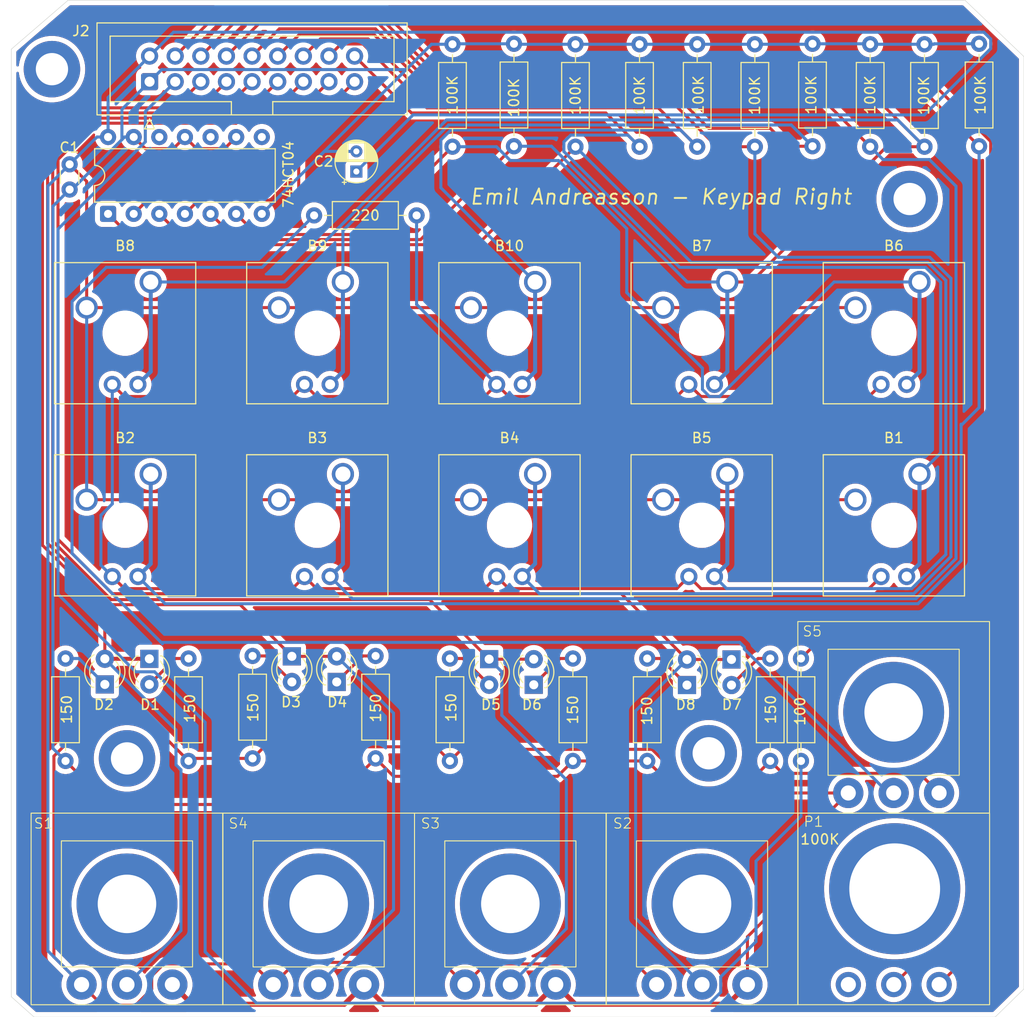
<source format=kicad_pcb>
(kicad_pcb (version 20241229) (generator "pcbnew") (generator_version "9.0")
  (layers (0 "F.Cu" signal) (2 "B.Cu" signal) (13 "F.Paste" user) (15 "B.Paste" user) (5 "F.SilkS" user "F.Silkscreen") (7 "B.SilkS" user "B.Silkscreen") (1 "F.Mask" user) (3 "B.Mask" user) (25 "Edge.Cuts" user))
  (net 0 "")
  (net 1 "+5V")
  (net 2 "Net-(B1-A)")
  (net 3 "Net-(B1-K)")
  (net 4 "Net-(B2-A)")
  (net 5 "Net-(B3-A)")
  (net 6 "GND")
  (net 7 "Net-(D1-A)")
  (net 8 "Net-(D1-K)")
  (net 9 "Net-(D2-K)")
  (net 10 "Net-(D3-K)")
  (net 11 "Net-(D3-A)")
  (net 12 "Net-(D4-K)")
  (net 13 "Net-(D5-K)")
  (net 14 "Net-(D6-K)")
  (net 15 "Net-(D7-K)")
  (net 16 "Net-(D8-K)")
  (net 17 "Net-(P1-Pad2)")
  (net 19 "Net-(D5-A)")
  (net 20 "Net-(D7-A)")
  (net 21 "Net-(B4-A)")
  (net 22 "Net-(B5-A)")
  (net 23 "Net-(B6-A)")
  (net 24 "Net-(B7-A)")
  (net 26 "Net-(B9-A)")
  (net 27 "Net-(B10-A)")
  (net 28 "Net-(S5-B)")
  (net 30 "Net-(J2-Pin_4)")
  (net 31 "Net-(J2-Pin_3)")
  (net 32 "Net-(J2-Pin_15)")
  (net 33 "Net-(J2-Pin_17)")
  (net 34 "Net-(J2-Pin_13)")
  (footprint "8-bit computer:hole for bistable switch" (layer "F.Cu") (at 102.8645 118.745)
    (property "Reference" "S1")
    (property "Value" "SW_SPDT")
  )
  (footprint "Capacitor_THT:C_Disc_D3.0mm_W1.6mm_P2.50mm" (layer "F.Cu") (at 97.1804 56.4026 -90)
    (property "Reference" "C1")
    (property "Value" "100nF")
  )
  (footprint "Resistor_THT:R_Axial_DIN0207_L6.3mm_D2.5mm_P10.16mm_Horizontal" (layer "F.Cu") (at 181.9148 44.495591 -90)
    (property "Reference" "R21" (hide yes))
    (property "Value" "100K")
  )
  (footprint "Resistor_THT:R_Axial_DIN0207_L6.3mm_D2.5mm_P10.16mm_Horizontal" (layer "F.Cu") (at 135.128 44.495591 -90)
    (property "Reference" "R29" (hide yes))
    (property "Value" "100K")
  )
  (footprint "CherryMX_LED:CherryMX_1.00u_LED" (layer "F.Cu") (at 140.7795 73.152)
    (property "Reference" "B10")
    (property "Value" "CherryMX_LED")
  )
  (footprint "Resistor_THT:R_Axial_DIN0207_L6.3mm_D2.5mm_P10.16mm_Horizontal" (layer "F.Cu") (at 170.815 44.45 -90)
    (property "Reference" "R23" (hide yes))
    (property "Value" "100K")
  )
  (footprint "Capacitor_THT:CP_Radial_D4.0mm_P2.00mm" (layer "F.Cu") (at 125.603 57.118 90)
    (property "Reference" "C2")
    (property "Value" "100uF")
  )
  (footprint "CherryMX_LED:CherryMX_1.00u_LED" (layer "F.Cu") (at 121.7295 92.202)
    (property "Reference" "B3")
    (property "Value" "CherryMX_LED")
  )
  (footprint "LED_THT:LED_D3.0mm" (layer "F.Cu") (at 143.184806 108.015182 90)
    (property "Reference" "D6")
    (property "Value" "LED")
  )
  (footprint "CherryMX_LED:CherryMX_1.00u_LED" (layer "F.Cu") (at 159.8295 92.202)
    (property "Reference" "B5")
    (property "Value" "CherryMX_LED")
  )
  (footprint "CherryMX_LED:CherryMX_1.00u_LED" (layer "F.Cu") (at 159.8295 73.152)
    (property "Reference" "B7")
    (property "Value" "CherryMX_LED")
  )
  (footprint "Resistor_THT:R_Axial_DIN0207_L6.3mm_D2.5mm_P10.16mm_Horizontal" (layer "F.Cu") (at 96.774 105.41 -90)
    (property "Reference" "R2" (hide yes))
    (property "Value" "150")
  )
  (footprint "Resistor_THT:R_Axial_DIN0207_L6.3mm_D2.5mm_P10.16mm_Horizontal" (layer "F.Cu") (at 153.67 44.495591 -90)
    (property "Reference" "R26" (hide yes))
    (property "Value" "100K")
  )
  (footprint "Resistor_THT:R_Axial_DIN0207_L6.3mm_D2.5mm_P10.16mm_Horizontal" (layer "F.Cu") (at 147.32 44.495591 -90)
    (property "Reference" "R27" (hide yes))
    (property "Value" "100K")
  )
  (footprint "Resistor_THT:R_Axial_DIN0207_L6.3mm_D2.5mm_P10.16mm_Horizontal" (layer "F.Cu") (at 108.966 115.57 90)
    (property "Reference" "R1" (hide yes))
    (property "Value" "150")
  )
  (footprint "8-bit computer:hole for bistable switch" (layer "F.Cu") (at 121.8645 118.745)
    (property "Reference" "S4")
    (property "Value" "SW_SPDT")
  )
  (footprint "Resistor_THT:R_Axial_DIN0207_L6.3mm_D2.5mm_P10.16mm_Horizontal" (layer "F.Cu") (at 141.224 44.45 -90)
    (property "Reference" "R28" (hide yes))
    (property "Value" "100K")
  )
  (footprint "8-bit computer:hole for bistable switch" (layer "F.Cu") (at 140.8645 118.745)
    (property "Reference" "S3")
    (property "Value" "SW_SPDT")
  )
  (footprint "LED_THT:LED_D3.0mm" (layer "F.Cu") (at 105.0845 105.440182 -90)
    (property "Reference" "D1")
    (property "Value" "LED")
  )
  (footprint "8-bit computer:hole for bistable switch" (layer "F.Cu") (at 178.8583 99.745)
    (property "Reference" "S5")
    (property "Value" "SW_SPDT")
  )
  (footprint "Resistor_THT:R_Axial_DIN0207_L6.3mm_D2.5mm_P10.16mm_Horizontal" (layer "F.Cu") (at 176.53 44.495591 -90)
    (property "Reference" "R22" (hide yes))
    (property "Value" "100K")
  )
  (footprint "MountingHole:MountingHole_3.2mm_M3_DIN965_Pad" (layer "F.Cu") (at 95.4278 46.9646)
    (property "Reference" "H1" (hide yes))
    (property "Value" "MountingHole")
  )
  (footprint "Resistor_THT:R_Axial_DIN0207_L6.3mm_D2.5mm_P10.16mm_Horizontal" (layer "F.Cu") (at 147.066 105.41 -90)
    (property "Reference" "R6" (hide yes))
    (property "Value" "150")
  )
  (footprint "8-bit computer:hole for potentiometer" (layer "F.Cu") (at 178.8668 116.743)
    (property "Reference" "P1")
    (property "Value" "100K")
  )
  (footprint "LED_THT:LED_D3.0mm" (layer "F.Cu") (at 138.7645 105.475182 -90)
    (property "Reference" "D5")
    (property "Value" "LED")
  )
  (footprint "Resistor_THT:R_Axial_DIN0207_L6.3mm_D2.5mm_P10.16mm_Horizontal" (layer "F.Cu") (at 154.432 105.41 -90)
    (property "Reference" "R8" (hide yes))
    (property "Value" "150")
  )
  (footprint "Resistor_THT:R_Axial_DIN0207_L6.3mm_D2.5mm_P10.16mm_Horizontal" (layer "F.Cu") (at 115.316 115.316 90)
    (property "Reference" "R3" (hide yes))
    (property "Value" "150")
  )
  (footprint "8-bit computer:hole for bistable switch" (layer "F.Cu") (at 159.8645 118.745)
    (property "Reference" "S2")
    (property "Value" "SW_SPDT")
  )
  (footprint "Resistor_THT:R_Axial_DIN0207_L6.3mm_D2.5mm_P10.16mm_Horizontal" (layer "F.Cu") (at 121.412 61.468)
    (property "Reference" "R30" (hide yes))
    (property "Value" "220")
  )
  (footprint "LED_THT:LED_D3.0mm" (layer "F.Cu") (at 123.654485 107.735782 90)
    (property "Reference" "D4")
    (property "Value" "LED")
  )
  (footprint "Resistor_THT:R_Axial_DIN0207_L6.3mm_D2.5mm_P10.16mm_Horizontal" (layer "F.Cu") (at 159.385 44.495591 -90)
    (property "Reference" "R25" (hide yes))
    (property "Value" "100K")
  )
  (footprint "LED_THT:LED_D3.0mm" (layer "F.Cu") (at 119.209485 105.195782 -90)
    (property "Reference" "D3")
    (property "Value" "LED")
  )
  (footprint "LED_THT:LED_D3.0mm" (layer "F.Cu") (at 100.669194 107.980182 90)
    (property "Reference" "D2")
    (property "Value" "LED")
  )
  (footprint "MountingHole:MountingHole_3.2mm_M3_DIN965_Pad" (layer "F.Cu") (at 160.528 114.808)
    (property "Reference" "H4" (hide yes))
    (property "Value" "MountingHole")
  )
  (footprint "Resistor_THT:R_Axial_DIN0207_L6.3mm_D2.5mm_P10.16mm_Horizontal" (layer "F.Cu") (at 165.1 44.495591 -90)
    (property "Reference" "R24" (hide yes))
    (property "Value" "100K")
  )
  (footprint "LED_THT:LED_D3.0mm" (layer "F.Cu") (at 162.784295 105.505 -90)
    (property "Reference" "D7")
    (property "Value" "LED")
  )
  (footprint "Connector_IDC:IDC-Header_2x09_P2.54mm_Vertical" (layer "F.Cu") (at 105.1052 48.2092 90)
    (property "Reference" "J2")
    (property "Value" "Conn_01x18_Pin")
  )
  (footprint "Resistor_THT:R_Axial_DIN0207_L6.3mm_D2.5mm_P10.16mm_Horizontal" (layer "F.Cu") (at 169.672 105.41 -90)
    (property "Reference" "R9" (hide yes))
    (property "Value" "100")
  )
  (footprint "LED_THT:LED_D3.0mm" (layer "F.Cu") (at 158.373989 108.045 90)
    (property "Reference" "D8")
    (property "Value" "LED")
  )
  (footprint "CherryMX_LED:CherryMX_1.00u_LED" (layer "F.Cu") (at 102.6795 92.202)
    (property "Reference" "B2")
    (property "Value" "CherryMX_LED")
  )
  (footprint "CherryMX_LED:CherryMX_1.00u_LED" (layer "F.Cu") (at 102.6795 73.152)
    (property "Reference" "B8")
    (property "Value" "CherryMX_LED")
  )
  (footprint "Package_DIP:DIP-14_W7.62mm" (layer "F.Cu") (at 100.9904 61.3156 90)
    (property "Reference" "U1" (hide yes))
    (property "Value" "74HCT04")
  )
  (footprint "MountingHole:MountingHole_3.2mm_M3_DIN965_Pad" (layer "F.Cu") (at 102.87 115.316)
    (property "Reference" "H3" (hide yes))
    (property "Value" "MountingHole")
  )
  (footprint "Resistor_THT:R_Axial_DIN0207_L6.3mm_D2.5mm_P10.16mm_Horizontal" (layer "F.Cu") (at 166.624 115.57 90)
    (property "Reference" "R7" (hide yes))
    (property "Value" "150")
  )
  (footprint "CherryMX_LED:CherryMX_1.00u_LED" (layer "F.Cu") (at 140.7795 92.202)
    (property "Reference" "B4")
    (property "Value" "CherryMX_LED")
  )
  (footprint "Resistor_THT:R_Axial_DIN0207_L6.3mm_D2.5mm_P10.16mm_Horizontal" (layer "F.Cu") (at 187.325 54.61 90)
    (property "Reference" "R20" (hide yes))
    (property "Value" "100K")
  )
  (footprint "CherryMX_LED:CherryMX_1.00u_LED" (layer "F.Cu") (at 121.7295 73.152)
    (property "Reference" "B9")
    (property "Value" "CherryMX_LED")
  )
  (footprint "Resistor_THT:R_Axial_DIN0207_L6.3mm_D2.5mm_P10.16mm_Horizontal" (layer "F.Cu") (at 134.874 115.57 90)
    (property "Reference" "R5" (hide yes))
    (property "Value" "150")
  )
  (footprint "CherryMX_LED:CherryMX_1.00u_LED" (layer "F.Cu") (at 178.8795 73.152)
    (property "Reference" "B6")
    (property "Value" "CherryMX_LED")
  )
  (footprint "Resistor_THT:R_Axial_DIN0207_L6.3mm_D2.5mm_P10.16mm_Horizontal" (layer "F.Cu") (at 127.508 105.156 -90)
    (property "Reference" "R4" (hide yes))
    (property "Value" "150")
  )
  (footprint "MountingHole:MountingHole_3.2mm_M3_DIN965_Pad" (layer "F.Cu") (at 180.4416 59.8424)
    (property "Reference" "H2" (hide yes))
    (property "Value" "MountingHole")
  )
  (footprint "CherryMX_LED:CherryMX_1.00u_LED" (layer "F.Cu") (at 178.8795 92.202)
    (property "Reference" "B1")
    (property "Value" "CherryMX_LED")
  )
  (gr_line (start 91.4 136.34) (end 91.4 48.3) (stroke (width 0.05)) (layer "Edge.Cuts"))
  (gr_line (start 188.9125 140.97) (end 187.0075 140.97) (stroke (width 0.05)) (layer "Edge.Cuts"))
  (gr_line (start 102.108 40.132) (end 99.568 40.132) (stroke (width 0.05)) (layer "Edge.Cuts"))
  (gr_line (start 91.4 138.953541) (end 93.6625 140.97) (stroke (width 0.05)) (layer "Edge.Cuts"))
  (gr_line (start 99.568 40.132) (end 97.028 40.132) (stroke (width 0.05)) (layer "Edge.Cuts"))
  (gr_line (start 91.4 48.3) (end 91.4 44.9834) (stroke (width 0.05)) (layer "Edge.Cuts"))
  (gr_line (start 185.928 40.132) (end 191.77 45.72) (stroke (width 0.05)) (layer "Edge.Cuts"))
  (gr_line (start 187.0075 140.97) (end 94.2975 140.97) (stroke (width 0.05)) (layer "Edge.Cuts"))
  (gr_line (start 91.4 136.34) (end 91.4 138.953541) (stroke (width 0.05)) (layer "Edge.Cuts"))
  (gr_line (start 102.108 40.132) (end 185.928 40.132) (stroke (width 0.05)) (layer "Edge.Cuts"))
  (gr_line (start 191.77 138.176) (end 188.9125 140.97) (stroke (width 0.05)) (layer "Edge.Cuts"))
  (gr_line (start 91.4 44.9834) (end 97.028 40.132) (stroke (width 0.05)) (layer "Edge.Cuts"))
  (gr_line (start 93.6625 140.97) (end 94.2975 140.97) (stroke (width 0.05)) (layer "Edge.Cuts"))
  (gr_line (start 191.77 45.72) (end 191.77 138.176) (stroke (width 0.05)) (layer "Edge.Cuts"))
  (gr_text "Emil Andreasson - Keypad Right" (at 136.7536 60.5028 0) (layer "F.SilkS") (effects (font (size 1.5 1.5) (thickness 0.1875) (italic yes)) (justify left bottom)))
  (segment (start 156.464 115.97424) (end 156.464 116.89348) (width 0.3) (layer "F.Cu") (net 1))
  (segment (start 98.3645 137.745) (end 95.623 135.0035) (width 0.3) (layer "F.Cu") (net 1))
  (segment (start 134.874 115.57) (end 136.025 114.419) (width 0.3) (layer "F.Cu") (net 1))
  (segment (start 134.874 115.57) (end 133.469 114.165) (width 0.3) (layer "F.Cu") (net 1))
  (segment (start 183.3583 118.745) (end 181.4133 116.8) (width 0.3) (layer "F.Cu") (net 1))
  (segment (start 98.8695 58.0917) (end 97.1804 56.4026) (width 0.3) (layer "F.Cu") (net 1))
  (segment (start 95.623 135.0035) (end 95.623 115.09324) (width 0.3) (layer "F.Cu") (net 1))
  (segment (start 136.9695 89.662) (end 156.0195 89.662) (width 0.3) (layer "F.Cu") (net 1))
  (segment (start 117.9195 70.612) (end 136.9695 70.612) (width 0.3) (layer "F.Cu") (net 1))
  (segment (start 106.514947 135.694) (end 115.3135 135.694) (width 0.3) (layer "F.Cu") (net 1))
  (segment (start 117.3645 137.745) (end 119.5645 135.545) (width 0.3) (layer "F.Cu") (net 1))
  (segment (start 175.0695 70.612) (end 156.0195 70.612) (width 0.3) (layer "F.Cu") (net 1))
  (segment (start 116.467 114.165) (end 115.316 115.316) (width 0.3) (layer "F.Cu") (net 1))
  (segment (start 175.0695 89.662) (end 156.0195 89.662) (width 0.3) (layer "F.Cu") (net 1))
  (segment (start 98.8695 70.612) (end 98.8695 58.0917) (width 0.3) (layer "F.Cu") (net 1))
  (segment (start 105.3135 136.895447) (end 106.514947 135.694) (width 0.3) (layer "F.Cu") (net 1))
  (segment (start 153.3135 135.694) (end 155.3645 137.745) (width 0.3) (layer "F.Cu") (net 1))
  (segment (start 167.854 116.8) (end 166.624 115.57) (width 0.3) (layer "F.Cu") (net 1))
  (segment (start 133.469 114.165) (end 116.467 114.165) (width 0.3) (layer "F.Cu") (net 1))
  (segment (start 105.3135 138.196553) (end 105.3135 136.895447) (width 0.3) (layer "F.Cu") (net 1))
  (segment (start 109.22 115.316) (end 108.966 115.57) (width 0.3) (layer "F.Cu") (net 1))
  (segment (start 136.3645 137.745) (end 138.4155 135.694) (width 0.3) (layer "F.Cu") (net 1))
  (segment (start 136.025 114.419) (end 154.90876 114.419) (width 0.3) (layer "F.Cu") (net 1))
  (segment (start 99.71824 110.998) (end 104.394 110.998) (width 0.3) (layer "F.Cu") (net 1))
  (segment (start 115.3135 135.694) (end 117.3645 137.745) (width 0.3) (layer "F.Cu") (net 1))
  (segment (start 115.316 115.316) (end 109.22 115.316) (width 0.3) (layer "F.Cu") (net 1))
  (segment (start 98.3645 137.745) (end 100.4155 139.796) (width 0.3) (layer "F.Cu") (net 1))
  (segment (start 95.623 115.09324) (end 99.71824 110.998) (width 0.3) (layer "F.Cu") (net 1))
  (segment (start 157.81452 118.244) (end 163.95 118.244) (width 0.3) (layer "F.Cu") (net 1))
  (segment (start 103.714053 139.796) (end 105.3135 138.196553) (width 0.3) (layer "F.Cu") (net 1))
  (segment (start 138.4155 135.694) (end 153.3135 135.694) (width 0.3) (layer "F.Cu") (net 1))
  (segment (start 134.1645 135.545) (end 136.3645 137.745) (width 0.3) (layer "F.Cu") (net 1))
  (segment (start 156.464 116.89348) (end 157.81452 118.244) (width 0.3) (layer "F.Cu") (net 1))
  (segment (start 154.90876 114.419) (end 156.464 115.97424) (width 0.3) (layer "F.Cu") (net 1))
  (segment (start 98.8695 70.612) (end 117.9195 70.612) (width 0.3) (layer "F.Cu") (net 1))
  (segment (start 136.9695 70.612) (end 156.0195 70.612) (width 0.3) (layer "F.Cu") (net 1))
  (segment (start 100.4155 139.796) (end 103.714053 139.796) (width 0.3) (layer "F.Cu") (net 1))
  (segment (start 163.95 118.244) (end 166.624 115.57) (width 0.3) (layer "F.Cu") (net 1))
  (segment (start 119.5645 135.545) (end 134.1645 135.545) (width 0.3) (layer "F.Cu") (net 1))
  (segment (start 181.4133 116.8) (end 167.854 116.8) (width 0.3) (layer "F.Cu") (net 1))
  (segment (start 117.9195 89.662) (end 136.9695 89.662) (width 0.3) (layer "F.Cu") (net 1))
  (segment (start 98.8695 89.662) (end 117.9195 89.662) (width 0.3) (layer "F.Cu") (net 1))
  (segment (start 104.394 110.998) (end 108.966 115.57) (width 0.3) (layer "F.Cu") (net 1))
  (segment (start 100.9904 53.6956) (end 100.9904 49.784) (width 0.3) (layer "B.Cu") (net 1))
  (segment (start 131.220409 51.500591) (end 181.902169 51.500591) (width 0.3) (layer "B.Cu") (net 1))
  (segment (start 188.476 43.97324) (end 187.80176 43.299) (width 0.3) (layer "B.Cu") (net 1))
  (segment (start 97.1804 56.4026) (end 99.8874 53.6956) (width 0.3) (layer "B.Cu") (net 1))
  (segment (start 95.0274 58.5556) (end 95.0274 134.4079) (width 0.3) (layer "B.Cu") (net 1))
  (segment (start 188.476 44.92676) (end 188.476 43.97324) (width 0.3) (layer "B.Cu") (net 1))
  (segment (start 181.902169 51.500591) (end 188.476 44.92676) (width 0.3) (layer "B.Cu") (net 1))
  (segment (start 99.301182 90.093682) (end 98.8695 89.662) (width 0.3) (layer "B.Cu") (net 1))
  (segment (start 98.8695 89.662) (end 98.8695 70.612) (width 0.3) (layer "B.Cu") (net 1))
  (segment (start 187.80176 43.299) (end 107.4754 43.299) (width 0.3) (layer "B.Cu") (net 1))
  (segment (start 125.603 57.118) (end 131.220409 51.500591) (width 0.3) (layer "B.Cu") (net 1))
  (segment (start 95.0274 134.4079) (end 98.3645 137.745) (width 0.3) (layer "B.Cu") (net 1))
  (segment (start 97.1804 56.4026) (end 95.0274 58.5556) (width 0.3) (layer "B.Cu") (net 1))
  (segment (start 100.9904 49.784) (end 105.1052 45.6692) (width 0.3) (layer "B.Cu") (net 1))
  (segment (start 107.4754 43.299) (end 105.1052 45.6692) (width 0.3) (layer "B.Cu") (net 1))
  (segment (start 99.8874 53.6956) (end 100.9904 53.6956) (width 0.3) (layer "B.Cu") (net 1))
  (segment (start 131.064001 51.308) (end 150.322409 51.308) (width 0.3) (layer "F.Cu") (net 2))
  (segment (start 150.322409 51.308) (end 153.67 54.655591) (width 0.3) (layer "F.Cu") (net 2))
  (segment (start 125.4252 45.669199) (end 131.064001 51.308) (width 0.3) (layer "F.Cu") (net 2))
  (segment (start 152.519 53.504591) (end 146.84324 53.504591) (width 0.3) (layer "B.Cu") (net 2))
  (segment (start 183.515 85.0265) (end 183.515 68.5546) (width 0.3) (layer "B.Cu") (net 2))
  (segment (start 153.67 54.655591) (end 152.519 53.504591) (width 0.3) (layer "B.Cu") (net 2))
  (segment (start 146.169 54.178831) (end 146.169 55.132351) (width 0.3) (layer "B.Cu") (net 2))
  (segment (start 181.4195 87.122) (end 183.515 85.0265) (width 0.3) (layer "B.Cu") (net 2))
  (segment (start 183.515 68.115476) (end 183.515 68.5546) (width 0.3) (layer "B.Cu") (net 2))
  (segment (start 181.4195 87.122) (end 181.4195 96.012) (width 0.4) (layer "B.Cu") (net 2))
  (segment (start 146.169 55.132351) (end 157.657649 66.621) (width 0.3) (layer "B.Cu") (net 2))
  (segment (start 182.020524 66.621) (end 183.515 68.115476) (width 0.3) (layer "B.Cu") (net 2))
  (segment (start 146.84324 53.504591) (end 146.169 54.178831) (width 0.3) (layer "B.Cu") (net 2))
  (segment (start 157.657649 66.621) (end 182.020524 66.621) (width 0.3) (layer "B.Cu") (net 2))
  (segment (start 181.4195 96.012) (end 180.1495 97.282) (width 0.4) (layer "B.Cu") (net 2))
  (segment (start 158.5595 78.232) (end 157.3632 79.4283) (width 0.3) (layer "F.Cu") (net 3))
  (segment (start 121.6558 79.4283) (end 120.4595 78.232) (width 0.3) (layer "F.Cu") (net 3))
  (segment (start 177.6095 78.232) (end 176.4132 79.4283) (width 0.3) (layer "F.Cu") (net 3))
  (segment (start 139.5095 78.232) (end 138.3132 79.4283) (width 0.3) (layer "F.Cu") (net 3))
  (segment (start 102.6058 79.4283) (end 101.4095 78.232) (width 0.3) (layer "F.Cu") (net 3))
  (segment (start 101.4095 97.282) (end 102.6058 98.4783) (width 0.3) (layer "F.Cu") (net 3))
  (segment (start 138.3132 98.4783) (end 139.5095 97.282) (width 0.3) (layer "F.Cu") (net 3))
  (segment (start 158.5595 97.282) (end 159.7558 98.4783) (width 0.3) (layer "F.Cu") (net 3))
  (segment (start 102.6058 98.4783) (end 119.2632 98.4783) (width 0.3) (layer "F.Cu") (net 3))
  (segment (start 138.3132 79.4283) (end 121.6558 79.4283) (width 0.3) (layer "F.Cu") (net 3))
  (segment (start 121.6558 98.4783) (end 138.3132 98.4783) (width 0.3) (layer "F.Cu") (net 3))
  (segment (start 139.5095 97.282) (end 140.7058 98.4783) (width 0.3) (layer "F.Cu") (net 3))
  (segment (start 157.3632 79.4283) (end 140.7058 79.4283) (width 0.3) (layer "F.Cu") (net 3))
  (segment (start 140.7058 98.4783) (end 157.3632 98.4783) (width 0.3) (layer "F.Cu") (net 3))
  (segment (start 119.2632 79.4283) (end 102.6058 79.4283) (width 0.3) (layer "F.Cu") (net 3))
  (segment (start 120.4595 97.282) (end 121.6558 98.4783) (width 0.3) (layer "F.Cu") (net 3))
  (segment (start 159.7558 79.4283) (end 158.5595 78.232) (width 0.3) (layer "F.Cu") (net 3))
  (segment (start 159.7558 98.4783) (end 176.4132 98.4783) (width 0.3) (layer "F.Cu") (net 3))
  (segment (start 120.4595 78.232) (end 119.2632 79.4283) (width 0.3) (layer "F.Cu") (net 3))
  (segment (start 176.4132 98.4783) (end 177.6095 97.282) (width 0.3) (layer "F.Cu") (net 3))
  (segment (start 119.2632 98.4783) (end 120.4595 97.282) (width 0.3) (layer "F.Cu") (net 3))
  (segment (start 176.4132 79.4283) (end 159.7558 79.4283) (width 0.3) (layer "F.Cu") (net 3))
  (segment (start 140.7058 79.4283) (end 139.5095 78.232) (width 0.3) (layer "F.Cu") (net 3))
  (segment (start 157.3632 98.4783) (end 158.5595 97.282) (width 0.3) (layer "F.Cu") (net 3))
  (segment (start 101.4095 90.076473) (end 100.2785 91.207473) (width 0.3) (layer "B.Cu") (net 3))
  (segment (start 100.2785 91.207473) (end 100.2785 96.151) (width 0.3) (layer "B.Cu") (net 3))
  (segment (start 101.4095 78.232) (end 101.4095 90.076473) (width 0.3) (layer "B.Cu") (net 3))
  (segment (start 131.572 61.468) (end 131.572 70.2945) (width 0.3) (layer "B.Cu") (net 3))
  (segment (start 131.572 70.2945) (end 139.5095 78.232) (width 0.3) (layer "B.Cu") (net 3))
  (segment (start 100.2785 96.151) (end 101.4095 97.282) (width 0.3) (layer "B.Cu") (net 3))
  (segment (start 113.9444 41.91) (end 128.016 41.91) (width 0.3) (layer "F.Cu") (net 4))
  (segment (start 180.996 48.281) (end 187.325 54.61) (width 0.3) (layer "F.Cu") (net 4))
  (segment (start 128.016 41.91) (end 134.387 48.281) (width 0.3) (layer "F.Cu") (net 4))
  (segment (start 134.387 48.281) (end 180.996 48.281) (width 0.3) (layer "F.Cu") (net 4))
  (segment (start 110.1852 45.6692) (end 113.9444 41.91) (width 0.3) (layer "F.Cu") (net 4))
  (segment (start 181.267584 99.9813) (end 106.6488 99.9813) (width 0.3) (layer "B.Cu") (net 4))
  (segment (start 106.6488 99.9813) (end 103.9495 97.282) (width 0.3) (layer "B.Cu") (net 4))
  (segment (start 105.2195 96.012) (end 103.9495 97.282) (width 0.4) (layer "B.Cu") (net 4))
  (segment (start 181.267584 99.9813) (end 185.547 95.701884) (width 0.3) (layer "B.Cu") (net 4))
  (segment (start 185.547 95.701884) (end 185.547 82.296) (width 0.3) (layer "B.Cu") (net 4))
  (segment (start 185.547 82.296) (end 187.325 80.518) (width 0.3) (layer "B.Cu") (net 4))
  (segment (start 105.2195 87.122) (end 105.2195 96.012) (width 0.4) (layer "B.Cu") (net 4))
  (segment (start 185.547 82.296) (end 185.547 82.169) (width 0.3) (layer "B.Cu") (net 4))
  (segment (start 187.325 80.518) (end 187.325 54.61) (width 0.3) (layer "B.Cu") (net 4))
  (segment (start 115.2652 45.6692) (end 117.969201 42.965199) (width 0.3) (layer "F.Cu") (net 5))
  (segment (start 127.49372 42.965199) (end 133.811521 49.283) (width 0.3) (layer "F.Cu") (net 5))
  (segment (start 133.811521 49.283) (end 171.157409 49.283) (width 0.3) (layer "F.Cu") (net 5))
  (segment (start 117.969201 42.965199) (end 127.49372 42.965199) (width 0.3) (layer "F.Cu") (net 5))
  (segment (start 171.157409 49.283) (end 176.53 54.655591) (width 0.3) (layer "F.Cu") (net 5))
  (segment (start 176.53 54.655591) (end 177.805209 55.9308) (width 0.3) (layer "B.Cu") (net 5))
  (segment (start 124.2695 87.122) (end 124.2695 96.012) (width 0.4) (layer "B.Cu") (net 5))
  (segment (start 185.039 95.501364) (end 181.060064 99.4803) (width 0.3) (layer "B.Cu") (net 5))
  (segment (start 181.060064 99.4803) (end 125.1978 99.4803) (width 0.3) (layer "B.Cu") (net 5))
  (segment (start 185.039 58.5724) (end 185.039 95.501364) (width 0.3) (layer "B.Cu") (net 5))
  (segment (start 124.2695 96.012) (end 122.9995 97.282) (width 0.4) (layer "B.Cu") (net 5))
  (segment (start 177.805209 55.9308) (end 182.3974 55.9308) (width 0.3) (layer "B.Cu") (net 5))
  (segment (start 182.3974 55.9308) (end 185.039 58.5724) (width 0.3) (layer "B.Cu") (net 5))
  (segment (start 125.1978 99.4803) (end 122.9995 97.282) (width 0.3) (layer "B.Cu") (net 5))
  (segment (start 154.432 115.57) (end 157.607 118.745) (width 0.3) (layer "F.Cu") (net 6))
  (segment (start 164.3645 137.745) (end 162.4135 139.696) (width 0.5) (layer "F.Cu") (net 6))
  (segment (start 164.3645 137.745) (end 164.3645 133.009107) (width 0.3) (layer "F.Cu") (net 6))
  (segment (start 145.3645 137.745) (end 143.4135 139.696) (width 0.5) (layer "F.Cu") (net 6))
  (segment (start 109.3155 139.696) (end 107.3645 137.745) (width 0.5) (layer "F.Cu") (net 6))
  (segment (start 145.542 117.094) (end 147.066 115.57) (width 0.3) (layer "F.Cu") (net 6))
  (segment (start 122.936 119.888) (end 127.508 115.316) (width 0.3) (layer "F.Cu") (net 6))
  (segment (start 157.607 118.745) (end 174.3583 118.745) (width 0.3) (layer "F.Cu") (net 6))
  (segment (start 147.066 115.57) (end 154.432 115.57) (width 0.3) (layer "F.Cu") (net 6))
  (segment (start 101.092 119.888) (end 122.936 119.888) (width 0.3) (layer "F.Cu") (net 6))
  (segment (start 129.286 117.094) (end 145.542 117.094) (width 0.3) (layer "F.Cu") (net 6))
  (segment (start 112.539401 54.8466) (end 113.690401 53.6956) (width 0.3) (layer "F.Cu") (net 6))
  (segment (start 103.530401 53.6956) (end 104.681401 54.8466) (width 0.3) (layer "F.Cu") (net 6))
  (segment (start 128.3155 139.696) (end 126.3645 137.745) (width 0.5) (layer "F.Cu") (net 6))
  (segment (start 171.196 126.177607) (end 171.196 121.9073) (width 0.3) (layer "F.Cu") (net 6))
  (segment (start 143.4135 139.696) (end 128.3155 139.696) (width 0.5) (layer "F.Cu") (net 6))
  (segment (start 171.196 121.9073) (end 174.3583 118.745) (width 0.3) (layer "F.Cu") (net 6))
  (segment (start 162.4135 139.696) (end 147.3155 139.696) (width 0.5) (layer "F.Cu") (net 6))
  (segment (start 109.761401 54.8466) (end 112.539401 54.8466) (width 0.3) (layer "F.Cu") (net 6))
  (segment (start 108.610401 53.6956) (end 109.761401 54.8466) (width 0.3) (layer "F.Cu") (net 6))
  (segment (start 107.459401 54.8466) (end 108.610401 53.6956) (width 0.3) (layer "F.Cu") (net 6))
  (segment (start 127.508 115.316) (end 129.286 117.094) (width 0.3) (layer "F.Cu") (net 6))
  (segment (start 124.4135 139.696) (end 109.3155 139.696) (width 0.5) (layer "F.Cu") (net 6))
  (segment (start 104.681401 54.8466) (end 107.459401 54.8466) (width 0.3) (layer "F.Cu") (net 6))
  (segment (start 126.3645 137.745) (end 124.4135 139.696) (width 0.5) (layer "F.Cu") (net 6))
  (segment (start 96.774 115.57) (end 101.092 119.888) (width 0.3) (layer "F.Cu") (net 6))
  (segment (start 164.3645 133.009107) (end 171.196 126.177607) (width 0.3) (layer "F.Cu") (net 6))
  (segment (start 147.3155 139.696) (end 145.3645 137.745) (width 0.5) (layer "F.Cu") (net 6))
  (segment (start 133.050409 44.495591) (end 121.793 55.753) (width 0.3) (layer "B.Cu") (net 6))
  (segment (start 170.815 44.45) (end 176.484409 44.45) (width 0.3) (layer "B.Cu") (net 6))
  (segment (start 130.5378 47.0082) (end 106.3062 47.0082) (width 0.3) (layer "B.Cu") (net 6))
  (segment (start 102.362 50.9524) (end 102.362 53.95176) (width 0.3) (layer "B.Cu") (net 6))
  (segment (start 141.224 44.45) (end 135.173591 44.45) (width 0.3) (layer "B.Cu") (net 6))
  (segment (start 182.88 44.45) (end 187.325 44.45) (width 0.3) (layer "B.Cu") (net 6))
  (segment (start 159.385 44.495591) (end 165.1 44.495591) (width 0.3) (layer "B.Cu") (net 6))
  (segment (start 181.9148 44.495591) (end 182.834409 44.495591) (width 0.3) (layer "B.Cu") (net 6))
  (segment (start 176.484409 44.45) (end 176.53 44.495591) (width 0.3) (layer "B.Cu") (net 6))
  (segment (start 135.128 44.495591) (end 133.050409 44.495591) (width 0.3) (layer "B.Cu") (net 6))
  (segment (start 105.1052 48.2092) (end 102.362 50.9524) (width 0.3) (layer "B.Cu") (net 6))
  (segment (start 95.5284 60.5546) (end 97.1804 58.9026) (width 0.3) (layer "B.Cu") (net 6))
  (segment (start 170.769409 44.495591) (end 170.815 44.45) (width 0.3) (layer "B.Cu") (net 6))
  (segment (start 121.793 55.753) (end 116.2304 61.3156) (width 0.3) (layer "B.Cu") (net 6))
  (segment (start 153.67 44.495591) (end 159.385 44.495591) (width 0.3) (layer "B.Cu") (net 6))
  (segment (start 103.530401 53.6956) (end 102.61816 53.6956) (width 0.3) (layer "B.Cu") (net 6))
  (segment (start 97.41116 58.9026) (end 97.1804 58.9026) (width 0.3) (layer "B.Cu") (net 6))
  (segment (start 141.269591 44.495591) (end 141.224 44.45) (width 0.3) (layer "B.Cu") (net 6))
  (segment (start 165.1 44.495591) (end 170.769409 44.495591) (width 0.3) (layer "B.Cu") (net 6))
  (segment (start 147.32 44.495591) (end 141.269591 44.495591) (width 0.3) (layer "B.Cu") (net 6))
  (segment (start 102.362 53.95176) (end 97.41116 58.9026) (width 0.3) (layer "B.Cu") (net 6))
  (segment (start 102.61816 53.6956) (end 102.362 53.95176) (width 0.3) (layer "B.Cu") (net 6))
  (segment (start 182.834409 44.495591) (end 182.88 44.45) (width 0.3) (layer "B.Cu") (net 6))
  (segment (start 153.67 44.495591) (end 147.32 44.495591) (width 0.3) (layer "B.Cu") (net 6))
  (segment (start 95.5284 114.3244) (end 95.5284 60.5546) (width 0.3) (layer "B.Cu") (net 6))
  (segment (start 176.53 44.495591) (end 181.9148 44.495591) (width 0.3) (layer "B.Cu") (net 6))
  (segment (start 96.774 115.57) (end 95.5284 114.3244) (width 0.3) (layer "B.Cu") (net 6))
  (segment (start 125.603 55.118) (end 122.428 55.118) (width 0.3) (layer "B.Cu") (net 6))
  (segment (start 135.173591 44.45) (end 135.128 44.495591) (width 0.3) (layer "B.Cu") (net 6))
  (segment (start 106.3062 47.0082) (end 105.1052 48.2092) (width 0.3) (layer "B.Cu") (net 6))
  (segment (start 122.428 55.118) (end 121.793 55.753) (width 0.3) (layer "B.Cu") (net 6))
  (segment (start 107.654682 105.41) (end 105.0845 107.980182) (width 0.3) (layer "F.Cu") (net 7))
  (segment (start 108.966 105.41) (end 107.654682 105.41) (width 0.3) (layer "F.Cu") (net 7))
  (segment (start 100.669194 100.359079) (end 94.488 94.177884) (width 0.3) (layer "F.Cu") (net 8))
  (segment (start 99.029679 50.8) (end 107.5944 50.8) (width 0.3) (layer "F.Cu") (net 8))
  (segment (start 94.488 94.177884) (end 94.488 55.341679) (width 0.3) (layer "F.Cu") (net 8))
  (segment (start 94.488 55.341679) (end 99.029679 50.8) (width 0.3) (layer "F.Cu") (net 8))
  (segment (start 100.669194 105.440182) (end 100.669194 100.359079) (width 0.3) (layer "F.Cu") (net 8))
  (segment (start 105.0845 105.440182) (end 100.669194 105.440182) (width 0.4) (layer "F.Cu") (net 8))
  (segment (start 107.5944 50.8) (end 110.1852 48.2092) (width 0.3) (layer "F.Cu") (net 8))
  (segment (start 102.8645 137.745) (end 108.2155 132.394) (width 0.3) (layer "B.Cu") (net 8))
  (segment (start 107.723506 115.955266) (end 107.723506 112.494494) (width 0.3) (layer "B.Cu") (net 8))
  (segment (start 108.2155 116.44726) (end 107.723506 115.955266) (width 0.3) (layer "B.Cu") (net 8))
  (segment (start 107.723506 112.494494) (end 100.669194 105.440182) (width 0.3) (layer "B.Cu") (net 8))
  (segment (start 108.2155 132.394) (end 108.2155 116.44726) (width 0.3) (layer "B.Cu") (net 8))
  (segment (start 98.099012 105.41) (end 100.669194 107.980182) (width 0.3) (layer "B.Cu") (net 9))
  (segment (start 96.774 105.41) (end 98.099012 105.41) (width 0.3) (layer "B.Cu") (net 9))
  (segment (start 94.996 93.977364) (end 94.996 55.542199) (width 0.3) (layer "F.Cu") (net 10))
  (segment (start 101.094636 100.076) (end 94.996 93.977364) (width 0.3) (layer "F.Cu") (net 10))
  (segment (start 119.209485 105.195782) (end 114.089703 100.076) (width 0.3) (layer "F.Cu") (net 10))
  (segment (start 94.996 55.542199) (end 99.230199 51.308) (width 0.3) (layer "F.Cu") (net 10))
  (segment (start 99.230199 51.308) (end 109.6264 51.308) (width 0.3) (layer "F.Cu") (net 10))
  (segment (start 114.089703 100.076) (end 101.094636 100.076) (width 0.3) (layer "F.Cu") (net 10))
  (segment (start 123.654485 105.195782) (end 119.209485 105.195782) (width 0.3) (layer "F.Cu") (net 10))
  (segment (start 109.6264 51.308) (end 112.7252 48.2092) (width 0.3) (layer "F.Cu") (net 10))
  (segment (start 129.286 110.827297) (end 129.286 130.3235) (width 0.3) (layer "B.Cu") (net 10))
  (segment (start 129.286 130.3235) (end 121.8645 137.745) (width 0.3) (layer "B.Cu") (net 10))
  (segment (start 123.654485 105.195782) (end 129.286 110.827297) (width 0.3) (layer "B.Cu") (net 10))
  (segment (start 115.316 105.156) (end 116.629703 105.156) (width 0.3) (layer "F.Cu") (net 11))
  (segment (start 116.629703 105.156) (end 119.209485 107.735782) (width 0.3) (layer "F.Cu") (net 11))
  (segment (start 127.508 105.156) (end 126.234267 105.156) (width 0.3) (layer "F.Cu") (net 12))
  (segment (start 126.234267 105.156) (end 123.654485 107.735782) (width 0.3) (layer "F.Cu") (net 12))
  (segment (start 132.857318 99.568) (end 138.7645 105.475182) (width 0.3) (layer "F.Cu") (net 13))
  (segment (start 95.504 93.776844) (end 101.295156 99.568) (width 0.3) (layer "F.Cu") (net 13))
  (segment (start 99.423719 51.823) (end 95.504 55.742719) (width 0.3) (layer "F.Cu") (net 13))
  (segment (start 115.2652 48.2092) (end 111.6514 51.823) (width 0.3) (layer "F.Cu") (net 13))
  (segment (start 138.7645 105.475182) (end 143.184806 105.475182) (width 0.3) (layer "F.Cu") (net 13))
  (segment (start 111.6514 51.823) (end 99.423719 51.823) (width 0.3) (layer "F.Cu") (net 13))
  (segment (start 101.295156 99.568) (end 132.857318 99.568) (width 0.3) (layer "F.Cu") (net 13))
  (segment (start 95.504 55.742719) (end 95.504 93.776844) (width 0.3) (layer "F.Cu") (net 13))
  (segment (start 146.416649 117.436513) (end 140.0155 111.035364) (width 0.3) (layer "B.Cu") (net 13))
  (segment (start 140.0155 106.726182) (end 138.7645 105.475182) (width 0.3) (layer "B.Cu") (net 13))
  (segment (start 146.416649 132.192851) (end 146.416649 117.436513) (width 0.3) (layer "B.Cu") (net 13))
  (segment (start 140.0155 111.035364) (end 140.0155 106.726182) (width 0.3) (layer "B.Cu") (net 13))
  (segment (start 140.8645 137.745) (end 146.416649 132.192851) (width 0.3) (layer "B.Cu") (net 13))
  (segment (start 138.7645 106.096876) (end 138.7645 105.475182) (width 0.3) (layer "B.Cu") (net 13))
  (segment (start 145.789988 105.41) (end 143.184806 108.015182) (width 0.3) (layer "F.Cu") (net 14))
  (segment (start 147.066 105.41) (end 145.789988 105.41) (width 0.3) (layer "F.Cu") (net 14))
  (segment (start 99.63124 52.324) (end 113.6904 52.324) (width 0.3) (layer "F.Cu") (net 15))
  (segment (start 158.373989 105.505) (end 151.848289 98.9793) (width 0.3) (layer "F.Cu") (net 15))
  (segment (start 96.0294 93.593724) (end 96.0294 55.92584) (width 0.3) (layer "F.Cu") (net 15))
  (segment (start 113.6904 52.324) (end 117.8052 48.2092) (width 0.3) (layer "F.Cu") (net 15))
  (segment (start 158.373989 105.505) (end 162.784295 105.505) (width 0.3) (layer "F.Cu") (net 15))
  (segment (start 101.414976 98.9793) (end 96.0294 93.593724) (width 0.3) (layer "F.Cu") (net 15))
  (segment (start 151.848289 98.9793) (end 101.414976 98.9793) (width 0.3) (layer "F.Cu") (net 15))
  (segment (start 96.0294 55.92584) (end 99.63124 52.324) (width 0.3) (layer "F.Cu") (net 15))
  (segment (start 158.373989 105.505) (end 154.672494 109.206494) (width 0.3) (layer "B.Cu") (net 15))
  (segment (start 154.672494 109.206494) (end 154.5135 109.365489) (width 0.3) (layer "B.Cu") (net 15))
  (segment (start 159.8645 137.745) (end 153.281 131.1615) (width 0.3) (layer "B.Cu") (net 15))
  (segment (start 153.281 110.597988) (end 154.672494 109.206494) (width 0.3) (layer "B.Cu") (net 15))
  (segment (start 153.281 131.1615) (end 153.281 110.597988) (width 0.3) (layer "B.Cu") (net 15))
  (segment (start 154.432 105.41) (end 155.738989 105.41) (width 0.3) (layer "F.Cu") (net 16))
  (segment (start 155.738989 105.41) (end 158.373989 108.045) (width 0.3) (layer "F.Cu") (net 16))
  (segment (start 187.96 132.334) (end 184.912 135.382) (width 0.3) (layer "F.Cu") (net 17))
  (segment (start 170.942 104.14) (end 181.864 104.14) (width 0.3) (layer "F.Cu") (net 17))
  (segment (start 169.672 105.41) (end 170.942 104.14) (width 0.3) (layer "F.Cu") (net 17))
  (segment (start 181.2278 135.382) (end 178.8668 137.743) (width 0.3) (layer "F.Cu") (net 17))
  (segment (start 181.864 104.14) (end 187.96 110.236) (width 0.3) (layer "F.Cu") (net 17))
  (segment (start 187.96 110.236) (end 187.96 132.334) (width 0.3) (layer "F.Cu") (net 17))
  (segment (start 184.912 135.382) (end 181.2278 135.382) (width 0.3) (layer "F.Cu") (net 17))
  (segment (start 136.159318 105.41) (end 138.7645 108.015182) (width 0.3) (layer "F.Cu") (net 19))
  (segment (start 134.874 105.41) (end 136.159318 105.41) (width 0.3) (layer "F.Cu") (net 19))
  (segment (start 165.419295 105.41) (end 162.784295 108.045) (width 0.3) (layer "F.Cu") (net 20))
  (segment (start 162.785477 108.046182) (end 162.784295 108.045) (width 0.7) (layer "F.Cu") (net 20))
  (segment (start 166.624 105.41) (end 165.419295 105.41) (width 0.3) (layer "F.Cu") (net 20))
  (segment (start 120.3452 45.6692) (end 122.047201 43.967199) (width 0.3) (layer "F.Cu") (net 21))
  (segment (start 122.047201 43.967199) (end 126.771199 43.967199) (width 0.3) (layer "F.Cu") (net 21))
  (segment (start 156.979 50.299) (end 161.335591 54.655591) (width 0.3) (layer "F.Cu") (net 21))
  (segment (start 126.771199 43.967199) (end 133.103 50.299) (width 0.3) (layer "F.Cu") (net 21))
  (segment (start 161.335591 54.655591) (end 165.1 54.655591) (width 0.3) (layer "F.Cu") (net 21))
  (segment (start 133.103 50.299) (end 156.979 50.299) (width 0.3) (layer "F.Cu") (net 21))
  (segment (start 165.1 63.2968) (end 167.4222 65.619) (width 0.3) (layer "B.Cu") (net 21))
  (segment (start 180.852544 98.9793) (end 143.7468 98.9793) (width 0.3) (layer "B.Cu") (net 21))
  (segment (start 167.4222 65.619) (end 182.435565 65.619) (width 0.3) (layer "B.Cu") (net 21))
  (segment (start 143.3195 96.012) (end 142.0495 97.282) (width 0.4) (layer "B.Cu") (net 21))
  (segment (start 184.531 67.714435) (end 184.531 95.300844) (width 0.3) (layer "B.Cu") (net 21))
  (segment (start 165.1 54.655591) (end 165.1 63.2968) (width 0.3) (layer "B.Cu") (net 21))
  (segment (start 143.7468 98.9793) (end 142.0495 97.282) (width 0.3) (layer "B.Cu") (net 21))
  (segment (start 182.435565 65.619) (end 184.531 67.714435) (width 0.3) (layer "B.Cu") (net 21))
  (segment (start 184.531 95.300844) (end 180.852544 98.9793) (width 0.3) (layer "B.Cu") (net 21))
  (segment (start 143.3195 87.122) (end 143.3195 96.012) (width 0.4) (layer "B.Cu") (net 21))
  (segment (start 104.0428 64.368) (end 100.9904 61.3156) (width 0.3) (layer "F.Cu") (net 22))
  (segment (start 147.32 54.655591) (end 137.607591 64.368) (width 0.3) (layer "F.Cu") (net 22))
  (segment (start 137.607591 64.368) (end 104.0428 64.368) (width 0.3) (layer "F.Cu") (net 22))
  (segment (start 162.2958 98.4783) (end 161.0995 97.282) (width 0.3) (layer "B.Cu") (net 22))
  (segment (start 158.78441 66.12) (end 182.228045 66.12) (width 0.3) (layer "B.Cu") (net 22))
  (segment (start 154.155205 61.490795) (end 158.78441 66.12) (width 0.3) (layer "B.Cu") (net 22))
  (segment (start 162.3695 87.122) (end 162.3695 96.012) (width 0.4) (layer "B.Cu") (net 22))
  (segment (start 184.03 67.921955) (end 184.03 95.093324) (width 0.3) (layer "B.Cu") (net 22))
  (segment (start 184.03 95.093324) (end 180.645024 98.4783) (width 0.3) (layer "B.Cu") (net 22))
  (segment (start 180.645024 98.4783) (end 162.2958 98.4783) (width 0.3) (layer "B.Cu") (net 22))
  (segment (start 182.228045 66.12) (end 184.03 67.921955) (width 0.3) (layer "B.Cu") (net 22))
  (segment (start 154.155205 61.490795) (end 147.32 54.655591) (width 0.3) (layer "B.Cu") (net 22))
  (segment (start 162.3695 96.012) (end 161.0995 97.282) (width 0.4) (layer "B.Cu") (net 22))
  (segment (start 154.248464 61.584055) (end 154.155205 61.490795) (width 0.3) (layer "B.Cu") (net 22))
  (segment (start 113.2008 63.366) (end 111.1504 61.3156) (width 0.3) (layer "F.Cu") (net 23))
  (segment (start 126.417591 63.366) (end 113.2008 63.366) (width 0.3) (layer "F.Cu") (net 23))
  (segment (start 135.128 54.655591) (end 126.417591 63.366) (width 0.3) (layer "F.Cu") (net 23))
  (segment (start 159.9032 78.727524) (end 159.9032 76.621227) (width 0.3) (layer "B.Cu") (net 23))
  (segment (start 139.491591 54.655591) (end 135.128 54.655591) (width 0.3) (layer "B.Cu") (net 23))
  (segment (start 145.647803 56.028196) (end 140.864196 56.028196) (width 0.3) (layer "B.Cu") (net 23))
  (segment (start 152.4 62.780393) (end 145.647803 56.028196) (width 0.3) (layer "B.Cu") (net 23))
  (segment (start 172.951324 68.072) (end 161.595024 79.4283) (width 0.3) (layer "B.Cu") (net 23))
  (segment (start 161.595024 79.4283) (end 160.603976 79.4283) (width 0.3) (layer "B.Cu") (net 23))
  (segment (start 152.4 69.118027) (end 152.4 62.780393) (width 0.3) (layer "B.Cu") (net 23))
  (segment (start 140.864196 56.028196) (end 139.491591 54.655591) (width 0.3) (layer "B.Cu") (net 23))
  (segment (start 160.603976 79.4283) (end 159.9032 78.727524) (width 0.3) (layer "B.Cu") (net 23))
  (segment (start 181.4195 68.072) (end 172.951324 68.072) (width 0.3) (layer "B.Cu") (net 23))
  (segment (start 159.9032 76.621227) (end 152.4 69.118027) (width 0.3) (layer "B.Cu") (net 23))
  (segment (start 181.4195 68.072) (end 181.4195 76.962) (width 0.4) (layer "B.Cu") (net 23))
  (segment (start 181.4195 76.962) (end 180.1495 78.232) (width 0.4) (layer "B.Cu") (net 23))
  (segment (start 134.126 48.782) (end 176.041209 48.782) (width 0.3) (layer "F.Cu") (net 24))
  (segment (start 115.976401 42.418) (end 127.762 42.418) (width 0.3) (layer "F.Cu") (net 24))
  (segment (start 131.967 63.867) (end 108.6218 63.867) (width 0.3) (layer "F.Cu") (net 24))
  (segment (start 176.041209 48.782) (end 181.9148 54.655591) (width 0.3) (layer "F.Cu") (net 24))
  (segment (start 141.224 54.61) (end 131.967 63.867) (width 0.3) (layer "F.Cu") (net 24))
  (segment (start 112.725201 45.6692) (end 115.976401 42.418) (width 0.3) (layer "F.Cu") (net 24))
  (segment (start 162.3695 68.072) (end 164.741351 68.072) (width 0.3) (layer "F.Cu") (net 24))
  (segment (start 127.762 42.418) (end 134.126 48.782) (width 0.3) (layer "F.Cu") (net 24))
  (segment (start 164.741351 68.072) (end 178.15776 54.655591) (width 0.3) (layer "F.Cu") (net 24))
  (segment (start 108.6218 63.867) (end 106.0704 61.3156) (width 0.3) (layer "F.Cu") (net 24))
  (segment (start 178.15776 54.655591) (end 181.9148 54.655591) (width 0.3) (layer "F.Cu") (net 24))
  (segment (start 179.2608 52.001591) (end 181.9148 54.655591) (width 0.3) (layer "B.Cu") (net 24))
  (segment (start 105.2195 68.072) (end 105.2195 76.962) (width 0.4) (layer "B.Cu") (net 24))
  (segment (start 141.224 54.61) (end 144.938128 54.61) (width 0.3) (layer "B.Cu") (net 24))
  (segment (start 162.3695 68.072) (end 162.3695 76.962) (width 0.4) (layer "B.Cu") (net 24))
  (segment (start 144.938128 54.61) (end 158.400129 68.072) (width 0.3) (layer "B.Cu") (net 24))
  (segment (start 158.400129 68.072) (end 162.3695 68.072) (width 0.3) (layer "B.Cu") (net 24))
  (segment (start 162.3695 76.962) (end 161.0995 78.232) (width 0.4) (layer "B.Cu") (net 24))
  (segment (start 105.2195 76.962) (end 103.9495 78.232) (width 0.4) (layer "B.Cu") (net 24))
  (segment (start 118.470959 68.072) (end 134.541369 52.001591) (width 0.3) (layer "B.Cu") (net 24))
  (segment (start 134.541369 52.001591) (end 179.2608 52.001591) (width 0.3) (layer "B.Cu") (net 24))
  (segment (start 105.2195 68.072) (end 118.470959 68.072) (width 0.3) (layer "B.Cu") (net 24))
  (segment (start 120.008202 43.466199) (end 127.286199 43.466199) (width 0.3) (layer "F.Cu") (net 26))
  (segment (start 127.286199 43.466199) (end 133.604 49.784) (width 0.3) (layer "F.Cu") (net 26))
  (segment (start 160.528 52.832) (end 166.624 52.832) (width 0.3) (layer "F.Cu") (net 26))
  (segment (start 168.402 54.61) (end 170.815 54.61) (width 0.3) (layer "F.Cu") (net 26))
  (segment (start 133.604 49.784) (end 157.48 49.784) (width 0.3) (layer "F.Cu") (net 26))
  (segment (start 157.48 49.784) (end 160.528 52.832) (width 0.3) (layer "F.Cu") (net 26))
  (segment (start 166.624 52.832) (end 168.402 54.61) (width 0.3) (layer "F.Cu") (net 26))
  (segment (start 117.805201 45.6692) (end 120.008202 43.466199) (width 0.3) (layer "F.Cu") (net 26))
  (segment (start 124.2695 68.072) (end 124.2695 62.981979) (width 0.3) (layer "B.Cu") (net 26))
  (segment (start 168.707591 52.502591) (end 170.815 54.61) (width 0.3) (layer "B.Cu") (net 26))
  (segment (start 124.2695 76.962) (end 122.9995 78.232) (width 0.4) (layer "B.Cu") (net 26))
  (segment (start 124.2695 68.072) (end 124.2695 76.962) (width 0.4) (layer "B.Cu") (net 26))
  (segment (start 124.2695 62.981979) (end 134.748889 52.502591) (width 0.3) (layer "B.Cu") (net 26))
  (segment (start 134.748889 52.502591) (end 168.707591 52.502591) (width 0.3) (layer "B.Cu") (net 26))
  (segment (start 126.256199 44.468199) (end 132.588 50.8) (width 0.3) (layer "F.Cu") (net 27))
  (segment (start 124.086202 44.468199) (end 126.256199 44.468199) (width 0.3) (layer "F.Cu") (net 27))
  (segment (start 132.588 50.8) (end 155.529409 50.8) (width 0.3) (layer "F.Cu") (net 27))
  (segment (start 155.529409 50.8) (end 159.385 54.655591) (width 0.3) (layer "F.Cu") (net 27))
  (segment (start 122.885201 45.6692) (end 124.086202 44.468199) (width 0.3) (layer "F.Cu") (net 27))
  (segment (start 133.977 53.983) (end 134.956409 53.003591) (width 0.3) (layer "B.Cu") (net 27))
  (segment (start 143.3195 76.962) (end 142.0495 78.232) (width 0.4) (layer "B.Cu") (net 27))
  (segment (start 143.3195 68.072) (end 143.3195 76.962) (width 0.4) (layer "B.Cu") (net 27))
  (segment (start 157.733 53.003591) (end 159.385 54.655591) (width 0.3) (layer "B.Cu") (net 27))
  (segment (start 133.977 58.7295) (end 133.977 53.983) (width 0.3) (layer "B.Cu") (net 27))
  (segment (start 134.956409 53.003591) (end 157.733 53.003591) (width 0.3) (layer "B.Cu") (net 27))
  (segment (start 143.3195 68.072) (end 133.977 58.7295) (width 0.3) (layer "B.Cu") (net 27))
  (segment (start 106.246838 103.811162) (end 106.380458 103.944782) (width 0.3) (layer "B.Cu") (net 28))
  (segment (start 164.058082 104.276787) (end 164.058082 104.471842) (width 0.3) (layer "B.Cu") (net 28))
  (segment (start 97.4185 70.010976) (end 97.4185 94.982824) (width 0.3) (layer "B.Cu") (net 28))
  (segment (start 116.259 66.621) (end 100.808476 66.621) (width 0.3) (layer "B.Cu") (net 28))
  (segment (start 164.058082 104.471842) (end 178.33124 118.745) (width 0.3) (layer "B.Cu") (net 28))
  (segment (start 164.058082 104.276787) (end 163.592457 103.811162) (width 0.3) (layer "B.Cu") (net 28))
  (segment (start 178.33124 118.745) (end 178.8583 118.745) (width 0.3) (layer "B.Cu") (net 28))
  (segment (start 163.592457 103.811162) (end 106.246838 103.811162) (width 0.3) (layer "B.Cu") (net 28))
  (segment (start 178.181 118.745) (end 178.8583 118.745) (width 0.3) (layer "B.Cu") (net 28))
  (segment (start 100.808476 66.621) (end 97.4185 70.010976) (width 0.3) (layer "B.Cu") (net 28))
  (segment (start 97.4185 94.982824) (end 106.246838 103.811162) (width 0.3) (layer "B.Cu") (net 28))
  (segment (start 121.412 61.468) (end 116.259 66.621) (width 0.3) (layer "B.Cu") (net 28))
  (segment (start 188.476 54.13324) (end 188.476 132.6335) (width 0.3) (layer "F.Cu") (net 30))
  (segment (start 182.12276 47.78) (end 188.476 54.13324) (width 0.3) (layer "F.Cu") (net 30))
  (segment (start 134.775 47.78) (end 182.12276 47.78) (width 0.3) (layer "F.Cu") (net 30))
  (segment (start 188.476 132.6335) (end 183.3645 137.745) (width 0.3) (layer "F.Cu") (net 30))
  (segment (start 128.404 41.409) (end 134.775 47.78) (width 0.3) (layer "F.Cu") (net 30))
  (segment (start 111.905401 41.409) (end 128.404 41.409) (width 0.3) (layer "F.Cu") (net 30))
  (segment (start 107.645201 45.6692) (end 111.905401 41.409) (width 0.3) (layer "F.Cu") (net 30))
  (segment (start 160.63121 139.596) (end 115.71098 139.596) (width 0.3) (layer "B.Cu") (net 31))
  (segment (start 107.6452 48.2092) (end 104.681401 51.172999) (width 0.3) (layer "B.Cu") (net 31))
  (segment (start 115.71098 139.596) (end 110.61249 134.49751) (width 0.3) (layer "B.Cu") (net 31))
  (segment (start 104.681401 51.172999) (end 104.681401 54.17236) (width 0.3) (layer "B.Cu") (net 31))
  (segment (start 110.61249 111.73899) (end 110.61249 134.49751) (width 0.3) (layer "B.Cu") (net 31))
  (segment (start 96.0294 99.031206) (end 103.727376 106.729182) (width 0.3) (layer "B.Cu") (net 31))
  (segment (start 104.681401 54.17236) (end 96.0294 62.824361) (width 0.3) (layer "B.Cu") (net 31))
  (segment (start 103.727376 106.729182) (end 105.602682 106.729182) (width 0.3) (layer "B.Cu") (net 31))
  (segment (start 165.2155 133.47829) (end 161.7155 136.97829) (width 0.3) (layer "B.Cu") (net 31))
  (segment (start 169.672 121.043818) (end 165.2155 125.500318) (width 0.3) (layer "B.Cu") (net 31))
  (segment (start 96.0294 62.824361) (end 96.0294 99.031206) (width 0.3) (layer "B.Cu") (net 31))
  (segment (start 165.2155 125.500318) (end 165.2155 133.47829) (width 0.3) (layer "B.Cu") (net 31))
  (segment (start 161.7155 136.97829) (end 161.7155 138.51171) (width 0.3) (layer "B.Cu") (net 31))
  (segment (start 161.7155 138.51171) (end 160.63121 139.596) (width 0.3) (layer "B.Cu") (net 31))
  (segment (start 105.602682 106.729182) (end 110.61249 111.73899) (width 0.3) (layer "B.Cu") (net 31))
  (segment (start 169.672 115.57) (end 169.672 121.043818) (width 0.3) (layer "B.Cu") (net 31))
  (segment (start 110.744 59.182) (end 116.713 59.182) (width 0.3) (layer "F.Cu") (net 32))
  (segment (start 119.38 51.7144) (end 122.8852 48.2092) (width 0.3) (layer "F.Cu") (net 32))
  (segment (start 119.38 56.515) (end 119.38 51.7144) (width 0.3) (layer "F.Cu") (net 32))
  (segment (start 108.6104 61.3156) (end 110.744 59.182) (width 0.3) (layer "F.Cu") (net 32))
  (segment (start 116.713 59.182) (end 119.38 56.515) (width 0.3) (layer "F.Cu") (net 32))
  (segment (start 119.888 53.7464) (end 119.888 59.944) (width 0.3) (layer "F.Cu") (net 33))
  (segment (start 119.888 59.944) (end 116.967 62.865) (width 0.3) (layer "F.Cu") (net 33))
  (segment (start 116.967 62.865) (end 115.2398 62.865) (width 0.3) (layer "F.Cu") (net 33))
  (segment (start 115.2398 62.865) (end 113.6904 61.3156) (width 0.3) (layer "F.Cu") (net 33))
  (segment (start 125.4252 48.2092) (end 119.888 53.7464) (width 0.3) (layer "F.Cu") (net 33))
  (segment (start 118.879 56.18048) (end 116.378479 58.681) (width 0.3) (layer "F.Cu") (net 34))
  (segment (start 118.879 49.6754) (end 118.879 56.18048) (width 0.3) (layer "F.Cu") (net 34))
  (segment (start 120.3452 48.2092) (end 118.879 49.6754) (width 0.3) (layer "F.Cu") (net 34))
  (segment (start 106.165 58.681) (end 103.5304 61.3156) (width 0.3) (layer "F.Cu") (net 34))
  (segment (start 116.378479 58.681) (end 106.165 58.681) (width 0.3) (layer "F.Cu") (net 34))
  (zone (net 0) (net_name "") (layer "F.Cu") (connect_pads (clearance 0.5)) (min_thickness 0.25) (fill yes (thermal_gap 0.5) (thermal_bridge_width 0.5) (island_removal_mode 1) (island_area_min 10))
    (polygon (pts (xy 91.3892 45.0088) (xy 97.028 40.132) (xy 185.928 40.132) (xy 191.77 45.72) (xy 191.77 138.176) (xy 188.9252 140.97) (xy 93.6752 140.97) (xy 91.3892 138.938)))
  )
  (zone (net 0) (net_name "") (layer "B.Cu") (priority 1) (connect_pads (clearance 0.5)) (min_thickness 0.25) (fill yes (thermal_gap 0.5) (thermal_bridge_width 0.5) (island_removal_mode 1) (island_area_min 10))
    (polygon (pts (xy 91.3892 45.0088) (xy 97.028 40.132) (xy 185.928 40.132) (xy 191.77 45.72) (xy 191.77 138.176) (xy 188.9252 140.97) (xy 93.6752 140.97) (xy 91.3892 138.938)))
  )
)
</source>
